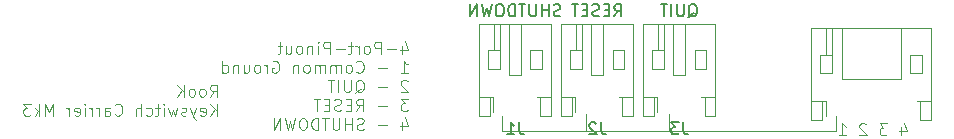
<source format=gbr>
%TF.GenerationSoftware,KiCad,Pcbnew,8.0.8*%
%TF.CreationDate,2025-06-04T22:45:29+02:00*%
%TF.ProjectId,KeyswitchCarrierMk3,4b657973-7769-4746-9368-436172726965,rev?*%
%TF.SameCoordinates,Original*%
%TF.FileFunction,Legend,Bot*%
%TF.FilePolarity,Positive*%
%FSLAX46Y46*%
G04 Gerber Fmt 4.6, Leading zero omitted, Abs format (unit mm)*
G04 Created by KiCad (PCBNEW 8.0.8) date 2025-06-04 22:45:29*
%MOMM*%
%LPD*%
G01*
G04 APERTURE LIST*
%ADD10C,0.100000*%
%ADD11C,0.150000*%
%ADD12C,0.120000*%
G04 APERTURE END LIST*
D10*
X146150000Y-87675000D02*
X146150000Y-86425000D01*
X160350000Y-87749940D02*
X153250000Y-87700000D01*
X174400000Y-87750000D02*
X160350000Y-87749940D01*
X153250000Y-87700000D02*
X146150000Y-87700000D01*
X160250000Y-87750000D02*
X160250000Y-86250000D01*
X174400000Y-86450000D02*
X174400000Y-87750000D01*
X153250000Y-87700000D02*
X153250000Y-86300000D01*
X179917544Y-87405752D02*
X179917544Y-88072419D01*
X180155639Y-87024800D02*
X180393734Y-87739085D01*
X180393734Y-87739085D02*
X179774687Y-87739085D01*
X178727067Y-87072419D02*
X178108020Y-87072419D01*
X178108020Y-87072419D02*
X178441353Y-87453371D01*
X178441353Y-87453371D02*
X178298496Y-87453371D01*
X178298496Y-87453371D02*
X178203258Y-87500990D01*
X178203258Y-87500990D02*
X178155639Y-87548609D01*
X178155639Y-87548609D02*
X178108020Y-87643847D01*
X178108020Y-87643847D02*
X178108020Y-87881942D01*
X178108020Y-87881942D02*
X178155639Y-87977180D01*
X178155639Y-87977180D02*
X178203258Y-88024800D01*
X178203258Y-88024800D02*
X178298496Y-88072419D01*
X178298496Y-88072419D02*
X178584210Y-88072419D01*
X178584210Y-88072419D02*
X178679448Y-88024800D01*
X178679448Y-88024800D02*
X178727067Y-87977180D01*
X176965162Y-87167657D02*
X176917543Y-87120038D01*
X176917543Y-87120038D02*
X176822305Y-87072419D01*
X176822305Y-87072419D02*
X176584210Y-87072419D01*
X176584210Y-87072419D02*
X176488972Y-87120038D01*
X176488972Y-87120038D02*
X176441353Y-87167657D01*
X176441353Y-87167657D02*
X176393734Y-87262895D01*
X176393734Y-87262895D02*
X176393734Y-87358133D01*
X176393734Y-87358133D02*
X176441353Y-87500990D01*
X176441353Y-87500990D02*
X177012781Y-88072419D01*
X177012781Y-88072419D02*
X176393734Y-88072419D01*
X174679448Y-88072419D02*
X175250876Y-88072419D01*
X174965162Y-88072419D02*
X174965162Y-87072419D01*
X174965162Y-87072419D02*
X175060400Y-87215276D01*
X175060400Y-87215276D02*
X175155638Y-87310514D01*
X175155638Y-87310514D02*
X175250876Y-87358133D01*
X121424687Y-84812475D02*
X121758020Y-84336284D01*
X121996115Y-84812475D02*
X121996115Y-83812475D01*
X121996115Y-83812475D02*
X121615163Y-83812475D01*
X121615163Y-83812475D02*
X121519925Y-83860094D01*
X121519925Y-83860094D02*
X121472306Y-83907713D01*
X121472306Y-83907713D02*
X121424687Y-84002951D01*
X121424687Y-84002951D02*
X121424687Y-84145808D01*
X121424687Y-84145808D02*
X121472306Y-84241046D01*
X121472306Y-84241046D02*
X121519925Y-84288665D01*
X121519925Y-84288665D02*
X121615163Y-84336284D01*
X121615163Y-84336284D02*
X121996115Y-84336284D01*
X120853258Y-84812475D02*
X120948496Y-84764856D01*
X120948496Y-84764856D02*
X120996115Y-84717236D01*
X120996115Y-84717236D02*
X121043734Y-84621998D01*
X121043734Y-84621998D02*
X121043734Y-84336284D01*
X121043734Y-84336284D02*
X120996115Y-84241046D01*
X120996115Y-84241046D02*
X120948496Y-84193427D01*
X120948496Y-84193427D02*
X120853258Y-84145808D01*
X120853258Y-84145808D02*
X120710401Y-84145808D01*
X120710401Y-84145808D02*
X120615163Y-84193427D01*
X120615163Y-84193427D02*
X120567544Y-84241046D01*
X120567544Y-84241046D02*
X120519925Y-84336284D01*
X120519925Y-84336284D02*
X120519925Y-84621998D01*
X120519925Y-84621998D02*
X120567544Y-84717236D01*
X120567544Y-84717236D02*
X120615163Y-84764856D01*
X120615163Y-84764856D02*
X120710401Y-84812475D01*
X120710401Y-84812475D02*
X120853258Y-84812475D01*
X119948496Y-84812475D02*
X120043734Y-84764856D01*
X120043734Y-84764856D02*
X120091353Y-84717236D01*
X120091353Y-84717236D02*
X120138972Y-84621998D01*
X120138972Y-84621998D02*
X120138972Y-84336284D01*
X120138972Y-84336284D02*
X120091353Y-84241046D01*
X120091353Y-84241046D02*
X120043734Y-84193427D01*
X120043734Y-84193427D02*
X119948496Y-84145808D01*
X119948496Y-84145808D02*
X119805639Y-84145808D01*
X119805639Y-84145808D02*
X119710401Y-84193427D01*
X119710401Y-84193427D02*
X119662782Y-84241046D01*
X119662782Y-84241046D02*
X119615163Y-84336284D01*
X119615163Y-84336284D02*
X119615163Y-84621998D01*
X119615163Y-84621998D02*
X119662782Y-84717236D01*
X119662782Y-84717236D02*
X119710401Y-84764856D01*
X119710401Y-84764856D02*
X119805639Y-84812475D01*
X119805639Y-84812475D02*
X119948496Y-84812475D01*
X119186591Y-84812475D02*
X119186591Y-83812475D01*
X118615163Y-84812475D02*
X119043734Y-84241046D01*
X118615163Y-83812475D02*
X119186591Y-84383903D01*
X121996115Y-86422419D02*
X121996115Y-85422419D01*
X121424687Y-86422419D02*
X121853258Y-85850990D01*
X121424687Y-85422419D02*
X121996115Y-85993847D01*
X120615163Y-86374800D02*
X120710401Y-86422419D01*
X120710401Y-86422419D02*
X120900877Y-86422419D01*
X120900877Y-86422419D02*
X120996115Y-86374800D01*
X120996115Y-86374800D02*
X121043734Y-86279561D01*
X121043734Y-86279561D02*
X121043734Y-85898609D01*
X121043734Y-85898609D02*
X120996115Y-85803371D01*
X120996115Y-85803371D02*
X120900877Y-85755752D01*
X120900877Y-85755752D02*
X120710401Y-85755752D01*
X120710401Y-85755752D02*
X120615163Y-85803371D01*
X120615163Y-85803371D02*
X120567544Y-85898609D01*
X120567544Y-85898609D02*
X120567544Y-85993847D01*
X120567544Y-85993847D02*
X121043734Y-86089085D01*
X120234210Y-85755752D02*
X119996115Y-86422419D01*
X119758020Y-85755752D02*
X119996115Y-86422419D01*
X119996115Y-86422419D02*
X120091353Y-86660514D01*
X120091353Y-86660514D02*
X120138972Y-86708133D01*
X120138972Y-86708133D02*
X120234210Y-86755752D01*
X119424686Y-86374800D02*
X119329448Y-86422419D01*
X119329448Y-86422419D02*
X119138972Y-86422419D01*
X119138972Y-86422419D02*
X119043734Y-86374800D01*
X119043734Y-86374800D02*
X118996115Y-86279561D01*
X118996115Y-86279561D02*
X118996115Y-86231942D01*
X118996115Y-86231942D02*
X119043734Y-86136704D01*
X119043734Y-86136704D02*
X119138972Y-86089085D01*
X119138972Y-86089085D02*
X119281829Y-86089085D01*
X119281829Y-86089085D02*
X119377067Y-86041466D01*
X119377067Y-86041466D02*
X119424686Y-85946228D01*
X119424686Y-85946228D02*
X119424686Y-85898609D01*
X119424686Y-85898609D02*
X119377067Y-85803371D01*
X119377067Y-85803371D02*
X119281829Y-85755752D01*
X119281829Y-85755752D02*
X119138972Y-85755752D01*
X119138972Y-85755752D02*
X119043734Y-85803371D01*
X118662781Y-85755752D02*
X118472305Y-86422419D01*
X118472305Y-86422419D02*
X118281829Y-85946228D01*
X118281829Y-85946228D02*
X118091353Y-86422419D01*
X118091353Y-86422419D02*
X117900877Y-85755752D01*
X117519924Y-86422419D02*
X117519924Y-85755752D01*
X117519924Y-85422419D02*
X117567543Y-85470038D01*
X117567543Y-85470038D02*
X117519924Y-85517657D01*
X117519924Y-85517657D02*
X117472305Y-85470038D01*
X117472305Y-85470038D02*
X117519924Y-85422419D01*
X117519924Y-85422419D02*
X117519924Y-85517657D01*
X117186591Y-85755752D02*
X116805639Y-85755752D01*
X117043734Y-85422419D02*
X117043734Y-86279561D01*
X117043734Y-86279561D02*
X116996115Y-86374800D01*
X116996115Y-86374800D02*
X116900877Y-86422419D01*
X116900877Y-86422419D02*
X116805639Y-86422419D01*
X116043734Y-86374800D02*
X116138972Y-86422419D01*
X116138972Y-86422419D02*
X116329448Y-86422419D01*
X116329448Y-86422419D02*
X116424686Y-86374800D01*
X116424686Y-86374800D02*
X116472305Y-86327180D01*
X116472305Y-86327180D02*
X116519924Y-86231942D01*
X116519924Y-86231942D02*
X116519924Y-85946228D01*
X116519924Y-85946228D02*
X116472305Y-85850990D01*
X116472305Y-85850990D02*
X116424686Y-85803371D01*
X116424686Y-85803371D02*
X116329448Y-85755752D01*
X116329448Y-85755752D02*
X116138972Y-85755752D01*
X116138972Y-85755752D02*
X116043734Y-85803371D01*
X115615162Y-86422419D02*
X115615162Y-85422419D01*
X115186591Y-86422419D02*
X115186591Y-85898609D01*
X115186591Y-85898609D02*
X115234210Y-85803371D01*
X115234210Y-85803371D02*
X115329448Y-85755752D01*
X115329448Y-85755752D02*
X115472305Y-85755752D01*
X115472305Y-85755752D02*
X115567543Y-85803371D01*
X115567543Y-85803371D02*
X115615162Y-85850990D01*
X113377067Y-86327180D02*
X113424686Y-86374800D01*
X113424686Y-86374800D02*
X113567543Y-86422419D01*
X113567543Y-86422419D02*
X113662781Y-86422419D01*
X113662781Y-86422419D02*
X113805638Y-86374800D01*
X113805638Y-86374800D02*
X113900876Y-86279561D01*
X113900876Y-86279561D02*
X113948495Y-86184323D01*
X113948495Y-86184323D02*
X113996114Y-85993847D01*
X113996114Y-85993847D02*
X113996114Y-85850990D01*
X113996114Y-85850990D02*
X113948495Y-85660514D01*
X113948495Y-85660514D02*
X113900876Y-85565276D01*
X113900876Y-85565276D02*
X113805638Y-85470038D01*
X113805638Y-85470038D02*
X113662781Y-85422419D01*
X113662781Y-85422419D02*
X113567543Y-85422419D01*
X113567543Y-85422419D02*
X113424686Y-85470038D01*
X113424686Y-85470038D02*
X113377067Y-85517657D01*
X112519924Y-86422419D02*
X112519924Y-85898609D01*
X112519924Y-85898609D02*
X112567543Y-85803371D01*
X112567543Y-85803371D02*
X112662781Y-85755752D01*
X112662781Y-85755752D02*
X112853257Y-85755752D01*
X112853257Y-85755752D02*
X112948495Y-85803371D01*
X112519924Y-86374800D02*
X112615162Y-86422419D01*
X112615162Y-86422419D02*
X112853257Y-86422419D01*
X112853257Y-86422419D02*
X112948495Y-86374800D01*
X112948495Y-86374800D02*
X112996114Y-86279561D01*
X112996114Y-86279561D02*
X112996114Y-86184323D01*
X112996114Y-86184323D02*
X112948495Y-86089085D01*
X112948495Y-86089085D02*
X112853257Y-86041466D01*
X112853257Y-86041466D02*
X112615162Y-86041466D01*
X112615162Y-86041466D02*
X112519924Y-85993847D01*
X112043733Y-86422419D02*
X112043733Y-85755752D01*
X112043733Y-85946228D02*
X111996114Y-85850990D01*
X111996114Y-85850990D02*
X111948495Y-85803371D01*
X111948495Y-85803371D02*
X111853257Y-85755752D01*
X111853257Y-85755752D02*
X111758019Y-85755752D01*
X111424685Y-86422419D02*
X111424685Y-85755752D01*
X111424685Y-85946228D02*
X111377066Y-85850990D01*
X111377066Y-85850990D02*
X111329447Y-85803371D01*
X111329447Y-85803371D02*
X111234209Y-85755752D01*
X111234209Y-85755752D02*
X111138971Y-85755752D01*
X110805637Y-86422419D02*
X110805637Y-85755752D01*
X110805637Y-85422419D02*
X110853256Y-85470038D01*
X110853256Y-85470038D02*
X110805637Y-85517657D01*
X110805637Y-85517657D02*
X110758018Y-85470038D01*
X110758018Y-85470038D02*
X110805637Y-85422419D01*
X110805637Y-85422419D02*
X110805637Y-85517657D01*
X109948495Y-86374800D02*
X110043733Y-86422419D01*
X110043733Y-86422419D02*
X110234209Y-86422419D01*
X110234209Y-86422419D02*
X110329447Y-86374800D01*
X110329447Y-86374800D02*
X110377066Y-86279561D01*
X110377066Y-86279561D02*
X110377066Y-85898609D01*
X110377066Y-85898609D02*
X110329447Y-85803371D01*
X110329447Y-85803371D02*
X110234209Y-85755752D01*
X110234209Y-85755752D02*
X110043733Y-85755752D01*
X110043733Y-85755752D02*
X109948495Y-85803371D01*
X109948495Y-85803371D02*
X109900876Y-85898609D01*
X109900876Y-85898609D02*
X109900876Y-85993847D01*
X109900876Y-85993847D02*
X110377066Y-86089085D01*
X109472304Y-86422419D02*
X109472304Y-85755752D01*
X109472304Y-85946228D02*
X109424685Y-85850990D01*
X109424685Y-85850990D02*
X109377066Y-85803371D01*
X109377066Y-85803371D02*
X109281828Y-85755752D01*
X109281828Y-85755752D02*
X109186590Y-85755752D01*
X108091351Y-86422419D02*
X108091351Y-85422419D01*
X108091351Y-85422419D02*
X107758018Y-86136704D01*
X107758018Y-86136704D02*
X107424685Y-85422419D01*
X107424685Y-85422419D02*
X107424685Y-86422419D01*
X106948494Y-86422419D02*
X106948494Y-85422419D01*
X106853256Y-86041466D02*
X106567542Y-86422419D01*
X106567542Y-85755752D02*
X106948494Y-86136704D01*
X106234208Y-85422419D02*
X105615161Y-85422419D01*
X105615161Y-85422419D02*
X105948494Y-85803371D01*
X105948494Y-85803371D02*
X105805637Y-85803371D01*
X105805637Y-85803371D02*
X105710399Y-85850990D01*
X105710399Y-85850990D02*
X105662780Y-85898609D01*
X105662780Y-85898609D02*
X105615161Y-85993847D01*
X105615161Y-85993847D02*
X105615161Y-86231942D01*
X105615161Y-86231942D02*
X105662780Y-86327180D01*
X105662780Y-86327180D02*
X105710399Y-86374800D01*
X105710399Y-86374800D02*
X105805637Y-86422419D01*
X105805637Y-86422419D02*
X106091351Y-86422419D01*
X106091351Y-86422419D02*
X106186589Y-86374800D01*
X106186589Y-86374800D02*
X106234208Y-86327180D01*
X137667544Y-80515976D02*
X137667544Y-81182643D01*
X137905639Y-80135024D02*
X138143734Y-80849309D01*
X138143734Y-80849309D02*
X137524687Y-80849309D01*
X137143734Y-80801690D02*
X136381830Y-80801690D01*
X135905639Y-81182643D02*
X135905639Y-80182643D01*
X135905639Y-80182643D02*
X135524687Y-80182643D01*
X135524687Y-80182643D02*
X135429449Y-80230262D01*
X135429449Y-80230262D02*
X135381830Y-80277881D01*
X135381830Y-80277881D02*
X135334211Y-80373119D01*
X135334211Y-80373119D02*
X135334211Y-80515976D01*
X135334211Y-80515976D02*
X135381830Y-80611214D01*
X135381830Y-80611214D02*
X135429449Y-80658833D01*
X135429449Y-80658833D02*
X135524687Y-80706452D01*
X135524687Y-80706452D02*
X135905639Y-80706452D01*
X134762782Y-81182643D02*
X134858020Y-81135024D01*
X134858020Y-81135024D02*
X134905639Y-81087404D01*
X134905639Y-81087404D02*
X134953258Y-80992166D01*
X134953258Y-80992166D02*
X134953258Y-80706452D01*
X134953258Y-80706452D02*
X134905639Y-80611214D01*
X134905639Y-80611214D02*
X134858020Y-80563595D01*
X134858020Y-80563595D02*
X134762782Y-80515976D01*
X134762782Y-80515976D02*
X134619925Y-80515976D01*
X134619925Y-80515976D02*
X134524687Y-80563595D01*
X134524687Y-80563595D02*
X134477068Y-80611214D01*
X134477068Y-80611214D02*
X134429449Y-80706452D01*
X134429449Y-80706452D02*
X134429449Y-80992166D01*
X134429449Y-80992166D02*
X134477068Y-81087404D01*
X134477068Y-81087404D02*
X134524687Y-81135024D01*
X134524687Y-81135024D02*
X134619925Y-81182643D01*
X134619925Y-81182643D02*
X134762782Y-81182643D01*
X134000877Y-81182643D02*
X134000877Y-80515976D01*
X134000877Y-80706452D02*
X133953258Y-80611214D01*
X133953258Y-80611214D02*
X133905639Y-80563595D01*
X133905639Y-80563595D02*
X133810401Y-80515976D01*
X133810401Y-80515976D02*
X133715163Y-80515976D01*
X133524686Y-80515976D02*
X133143734Y-80515976D01*
X133381829Y-80182643D02*
X133381829Y-81039785D01*
X133381829Y-81039785D02*
X133334210Y-81135024D01*
X133334210Y-81135024D02*
X133238972Y-81182643D01*
X133238972Y-81182643D02*
X133143734Y-81182643D01*
X132810400Y-80801690D02*
X132048496Y-80801690D01*
X131572305Y-81182643D02*
X131572305Y-80182643D01*
X131572305Y-80182643D02*
X131191353Y-80182643D01*
X131191353Y-80182643D02*
X131096115Y-80230262D01*
X131096115Y-80230262D02*
X131048496Y-80277881D01*
X131048496Y-80277881D02*
X131000877Y-80373119D01*
X131000877Y-80373119D02*
X131000877Y-80515976D01*
X131000877Y-80515976D02*
X131048496Y-80611214D01*
X131048496Y-80611214D02*
X131096115Y-80658833D01*
X131096115Y-80658833D02*
X131191353Y-80706452D01*
X131191353Y-80706452D02*
X131572305Y-80706452D01*
X130572305Y-81182643D02*
X130572305Y-80515976D01*
X130572305Y-80182643D02*
X130619924Y-80230262D01*
X130619924Y-80230262D02*
X130572305Y-80277881D01*
X130572305Y-80277881D02*
X130524686Y-80230262D01*
X130524686Y-80230262D02*
X130572305Y-80182643D01*
X130572305Y-80182643D02*
X130572305Y-80277881D01*
X130096115Y-80515976D02*
X130096115Y-81182643D01*
X130096115Y-80611214D02*
X130048496Y-80563595D01*
X130048496Y-80563595D02*
X129953258Y-80515976D01*
X129953258Y-80515976D02*
X129810401Y-80515976D01*
X129810401Y-80515976D02*
X129715163Y-80563595D01*
X129715163Y-80563595D02*
X129667544Y-80658833D01*
X129667544Y-80658833D02*
X129667544Y-81182643D01*
X129048496Y-81182643D02*
X129143734Y-81135024D01*
X129143734Y-81135024D02*
X129191353Y-81087404D01*
X129191353Y-81087404D02*
X129238972Y-80992166D01*
X129238972Y-80992166D02*
X129238972Y-80706452D01*
X129238972Y-80706452D02*
X129191353Y-80611214D01*
X129191353Y-80611214D02*
X129143734Y-80563595D01*
X129143734Y-80563595D02*
X129048496Y-80515976D01*
X129048496Y-80515976D02*
X128905639Y-80515976D01*
X128905639Y-80515976D02*
X128810401Y-80563595D01*
X128810401Y-80563595D02*
X128762782Y-80611214D01*
X128762782Y-80611214D02*
X128715163Y-80706452D01*
X128715163Y-80706452D02*
X128715163Y-80992166D01*
X128715163Y-80992166D02*
X128762782Y-81087404D01*
X128762782Y-81087404D02*
X128810401Y-81135024D01*
X128810401Y-81135024D02*
X128905639Y-81182643D01*
X128905639Y-81182643D02*
X129048496Y-81182643D01*
X127858020Y-80515976D02*
X127858020Y-81182643D01*
X128286591Y-80515976D02*
X128286591Y-81039785D01*
X128286591Y-81039785D02*
X128238972Y-81135024D01*
X128238972Y-81135024D02*
X128143734Y-81182643D01*
X128143734Y-81182643D02*
X128000877Y-81182643D01*
X128000877Y-81182643D02*
X127905639Y-81135024D01*
X127905639Y-81135024D02*
X127858020Y-81087404D01*
X127524686Y-80515976D02*
X127143734Y-80515976D01*
X127381829Y-80182643D02*
X127381829Y-81039785D01*
X127381829Y-81039785D02*
X127334210Y-81135024D01*
X127334210Y-81135024D02*
X127238972Y-81182643D01*
X127238972Y-81182643D02*
X127143734Y-81182643D01*
X137572306Y-82792587D02*
X138143734Y-82792587D01*
X137858020Y-82792587D02*
X137858020Y-81792587D01*
X137858020Y-81792587D02*
X137953258Y-81935444D01*
X137953258Y-81935444D02*
X138048496Y-82030682D01*
X138048496Y-82030682D02*
X138143734Y-82078301D01*
X136381829Y-82411634D02*
X135619925Y-82411634D01*
X133810401Y-82697348D02*
X133858020Y-82744968D01*
X133858020Y-82744968D02*
X134000877Y-82792587D01*
X134000877Y-82792587D02*
X134096115Y-82792587D01*
X134096115Y-82792587D02*
X134238972Y-82744968D01*
X134238972Y-82744968D02*
X134334210Y-82649729D01*
X134334210Y-82649729D02*
X134381829Y-82554491D01*
X134381829Y-82554491D02*
X134429448Y-82364015D01*
X134429448Y-82364015D02*
X134429448Y-82221158D01*
X134429448Y-82221158D02*
X134381829Y-82030682D01*
X134381829Y-82030682D02*
X134334210Y-81935444D01*
X134334210Y-81935444D02*
X134238972Y-81840206D01*
X134238972Y-81840206D02*
X134096115Y-81792587D01*
X134096115Y-81792587D02*
X134000877Y-81792587D01*
X134000877Y-81792587D02*
X133858020Y-81840206D01*
X133858020Y-81840206D02*
X133810401Y-81887825D01*
X133238972Y-82792587D02*
X133334210Y-82744968D01*
X133334210Y-82744968D02*
X133381829Y-82697348D01*
X133381829Y-82697348D02*
X133429448Y-82602110D01*
X133429448Y-82602110D02*
X133429448Y-82316396D01*
X133429448Y-82316396D02*
X133381829Y-82221158D01*
X133381829Y-82221158D02*
X133334210Y-82173539D01*
X133334210Y-82173539D02*
X133238972Y-82125920D01*
X133238972Y-82125920D02*
X133096115Y-82125920D01*
X133096115Y-82125920D02*
X133000877Y-82173539D01*
X133000877Y-82173539D02*
X132953258Y-82221158D01*
X132953258Y-82221158D02*
X132905639Y-82316396D01*
X132905639Y-82316396D02*
X132905639Y-82602110D01*
X132905639Y-82602110D02*
X132953258Y-82697348D01*
X132953258Y-82697348D02*
X133000877Y-82744968D01*
X133000877Y-82744968D02*
X133096115Y-82792587D01*
X133096115Y-82792587D02*
X133238972Y-82792587D01*
X132477067Y-82792587D02*
X132477067Y-82125920D01*
X132477067Y-82221158D02*
X132429448Y-82173539D01*
X132429448Y-82173539D02*
X132334210Y-82125920D01*
X132334210Y-82125920D02*
X132191353Y-82125920D01*
X132191353Y-82125920D02*
X132096115Y-82173539D01*
X132096115Y-82173539D02*
X132048496Y-82268777D01*
X132048496Y-82268777D02*
X132048496Y-82792587D01*
X132048496Y-82268777D02*
X132000877Y-82173539D01*
X132000877Y-82173539D02*
X131905639Y-82125920D01*
X131905639Y-82125920D02*
X131762782Y-82125920D01*
X131762782Y-82125920D02*
X131667543Y-82173539D01*
X131667543Y-82173539D02*
X131619924Y-82268777D01*
X131619924Y-82268777D02*
X131619924Y-82792587D01*
X131143734Y-82792587D02*
X131143734Y-82125920D01*
X131143734Y-82221158D02*
X131096115Y-82173539D01*
X131096115Y-82173539D02*
X131000877Y-82125920D01*
X131000877Y-82125920D02*
X130858020Y-82125920D01*
X130858020Y-82125920D02*
X130762782Y-82173539D01*
X130762782Y-82173539D02*
X130715163Y-82268777D01*
X130715163Y-82268777D02*
X130715163Y-82792587D01*
X130715163Y-82268777D02*
X130667544Y-82173539D01*
X130667544Y-82173539D02*
X130572306Y-82125920D01*
X130572306Y-82125920D02*
X130429449Y-82125920D01*
X130429449Y-82125920D02*
X130334210Y-82173539D01*
X130334210Y-82173539D02*
X130286591Y-82268777D01*
X130286591Y-82268777D02*
X130286591Y-82792587D01*
X129667544Y-82792587D02*
X129762782Y-82744968D01*
X129762782Y-82744968D02*
X129810401Y-82697348D01*
X129810401Y-82697348D02*
X129858020Y-82602110D01*
X129858020Y-82602110D02*
X129858020Y-82316396D01*
X129858020Y-82316396D02*
X129810401Y-82221158D01*
X129810401Y-82221158D02*
X129762782Y-82173539D01*
X129762782Y-82173539D02*
X129667544Y-82125920D01*
X129667544Y-82125920D02*
X129524687Y-82125920D01*
X129524687Y-82125920D02*
X129429449Y-82173539D01*
X129429449Y-82173539D02*
X129381830Y-82221158D01*
X129381830Y-82221158D02*
X129334211Y-82316396D01*
X129334211Y-82316396D02*
X129334211Y-82602110D01*
X129334211Y-82602110D02*
X129381830Y-82697348D01*
X129381830Y-82697348D02*
X129429449Y-82744968D01*
X129429449Y-82744968D02*
X129524687Y-82792587D01*
X129524687Y-82792587D02*
X129667544Y-82792587D01*
X128905639Y-82125920D02*
X128905639Y-82792587D01*
X128905639Y-82221158D02*
X128858020Y-82173539D01*
X128858020Y-82173539D02*
X128762782Y-82125920D01*
X128762782Y-82125920D02*
X128619925Y-82125920D01*
X128619925Y-82125920D02*
X128524687Y-82173539D01*
X128524687Y-82173539D02*
X128477068Y-82268777D01*
X128477068Y-82268777D02*
X128477068Y-82792587D01*
X126715163Y-81840206D02*
X126810401Y-81792587D01*
X126810401Y-81792587D02*
X126953258Y-81792587D01*
X126953258Y-81792587D02*
X127096115Y-81840206D01*
X127096115Y-81840206D02*
X127191353Y-81935444D01*
X127191353Y-81935444D02*
X127238972Y-82030682D01*
X127238972Y-82030682D02*
X127286591Y-82221158D01*
X127286591Y-82221158D02*
X127286591Y-82364015D01*
X127286591Y-82364015D02*
X127238972Y-82554491D01*
X127238972Y-82554491D02*
X127191353Y-82649729D01*
X127191353Y-82649729D02*
X127096115Y-82744968D01*
X127096115Y-82744968D02*
X126953258Y-82792587D01*
X126953258Y-82792587D02*
X126858020Y-82792587D01*
X126858020Y-82792587D02*
X126715163Y-82744968D01*
X126715163Y-82744968D02*
X126667544Y-82697348D01*
X126667544Y-82697348D02*
X126667544Y-82364015D01*
X126667544Y-82364015D02*
X126858020Y-82364015D01*
X126238972Y-82792587D02*
X126238972Y-82125920D01*
X126238972Y-82316396D02*
X126191353Y-82221158D01*
X126191353Y-82221158D02*
X126143734Y-82173539D01*
X126143734Y-82173539D02*
X126048496Y-82125920D01*
X126048496Y-82125920D02*
X125953258Y-82125920D01*
X125477067Y-82792587D02*
X125572305Y-82744968D01*
X125572305Y-82744968D02*
X125619924Y-82697348D01*
X125619924Y-82697348D02*
X125667543Y-82602110D01*
X125667543Y-82602110D02*
X125667543Y-82316396D01*
X125667543Y-82316396D02*
X125619924Y-82221158D01*
X125619924Y-82221158D02*
X125572305Y-82173539D01*
X125572305Y-82173539D02*
X125477067Y-82125920D01*
X125477067Y-82125920D02*
X125334210Y-82125920D01*
X125334210Y-82125920D02*
X125238972Y-82173539D01*
X125238972Y-82173539D02*
X125191353Y-82221158D01*
X125191353Y-82221158D02*
X125143734Y-82316396D01*
X125143734Y-82316396D02*
X125143734Y-82602110D01*
X125143734Y-82602110D02*
X125191353Y-82697348D01*
X125191353Y-82697348D02*
X125238972Y-82744968D01*
X125238972Y-82744968D02*
X125334210Y-82792587D01*
X125334210Y-82792587D02*
X125477067Y-82792587D01*
X124286591Y-82125920D02*
X124286591Y-82792587D01*
X124715162Y-82125920D02*
X124715162Y-82649729D01*
X124715162Y-82649729D02*
X124667543Y-82744968D01*
X124667543Y-82744968D02*
X124572305Y-82792587D01*
X124572305Y-82792587D02*
X124429448Y-82792587D01*
X124429448Y-82792587D02*
X124334210Y-82744968D01*
X124334210Y-82744968D02*
X124286591Y-82697348D01*
X123810400Y-82125920D02*
X123810400Y-82792587D01*
X123810400Y-82221158D02*
X123762781Y-82173539D01*
X123762781Y-82173539D02*
X123667543Y-82125920D01*
X123667543Y-82125920D02*
X123524686Y-82125920D01*
X123524686Y-82125920D02*
X123429448Y-82173539D01*
X123429448Y-82173539D02*
X123381829Y-82268777D01*
X123381829Y-82268777D02*
X123381829Y-82792587D01*
X122477067Y-82792587D02*
X122477067Y-81792587D01*
X122477067Y-82744968D02*
X122572305Y-82792587D01*
X122572305Y-82792587D02*
X122762781Y-82792587D01*
X122762781Y-82792587D02*
X122858019Y-82744968D01*
X122858019Y-82744968D02*
X122905638Y-82697348D01*
X122905638Y-82697348D02*
X122953257Y-82602110D01*
X122953257Y-82602110D02*
X122953257Y-82316396D01*
X122953257Y-82316396D02*
X122905638Y-82221158D01*
X122905638Y-82221158D02*
X122858019Y-82173539D01*
X122858019Y-82173539D02*
X122762781Y-82125920D01*
X122762781Y-82125920D02*
X122572305Y-82125920D01*
X122572305Y-82125920D02*
X122477067Y-82173539D01*
X138143734Y-83497769D02*
X138096115Y-83450150D01*
X138096115Y-83450150D02*
X138000877Y-83402531D01*
X138000877Y-83402531D02*
X137762782Y-83402531D01*
X137762782Y-83402531D02*
X137667544Y-83450150D01*
X137667544Y-83450150D02*
X137619925Y-83497769D01*
X137619925Y-83497769D02*
X137572306Y-83593007D01*
X137572306Y-83593007D02*
X137572306Y-83688245D01*
X137572306Y-83688245D02*
X137619925Y-83831102D01*
X137619925Y-83831102D02*
X138191353Y-84402531D01*
X138191353Y-84402531D02*
X137572306Y-84402531D01*
X136381829Y-84021578D02*
X135619925Y-84021578D01*
X133715163Y-84497769D02*
X133810401Y-84450150D01*
X133810401Y-84450150D02*
X133905639Y-84354912D01*
X133905639Y-84354912D02*
X134048496Y-84212054D01*
X134048496Y-84212054D02*
X134143734Y-84164435D01*
X134143734Y-84164435D02*
X134238972Y-84164435D01*
X134191353Y-84402531D02*
X134286591Y-84354912D01*
X134286591Y-84354912D02*
X134381829Y-84259673D01*
X134381829Y-84259673D02*
X134429448Y-84069197D01*
X134429448Y-84069197D02*
X134429448Y-83735864D01*
X134429448Y-83735864D02*
X134381829Y-83545388D01*
X134381829Y-83545388D02*
X134286591Y-83450150D01*
X134286591Y-83450150D02*
X134191353Y-83402531D01*
X134191353Y-83402531D02*
X134000877Y-83402531D01*
X134000877Y-83402531D02*
X133905639Y-83450150D01*
X133905639Y-83450150D02*
X133810401Y-83545388D01*
X133810401Y-83545388D02*
X133762782Y-83735864D01*
X133762782Y-83735864D02*
X133762782Y-84069197D01*
X133762782Y-84069197D02*
X133810401Y-84259673D01*
X133810401Y-84259673D02*
X133905639Y-84354912D01*
X133905639Y-84354912D02*
X134000877Y-84402531D01*
X134000877Y-84402531D02*
X134191353Y-84402531D01*
X133334210Y-83402531D02*
X133334210Y-84212054D01*
X133334210Y-84212054D02*
X133286591Y-84307292D01*
X133286591Y-84307292D02*
X133238972Y-84354912D01*
X133238972Y-84354912D02*
X133143734Y-84402531D01*
X133143734Y-84402531D02*
X132953258Y-84402531D01*
X132953258Y-84402531D02*
X132858020Y-84354912D01*
X132858020Y-84354912D02*
X132810401Y-84307292D01*
X132810401Y-84307292D02*
X132762782Y-84212054D01*
X132762782Y-84212054D02*
X132762782Y-83402531D01*
X132286591Y-84402531D02*
X132286591Y-83402531D01*
X131953258Y-83402531D02*
X131381830Y-83402531D01*
X131667544Y-84402531D02*
X131667544Y-83402531D01*
X138191353Y-85012475D02*
X137572306Y-85012475D01*
X137572306Y-85012475D02*
X137905639Y-85393427D01*
X137905639Y-85393427D02*
X137762782Y-85393427D01*
X137762782Y-85393427D02*
X137667544Y-85441046D01*
X137667544Y-85441046D02*
X137619925Y-85488665D01*
X137619925Y-85488665D02*
X137572306Y-85583903D01*
X137572306Y-85583903D02*
X137572306Y-85821998D01*
X137572306Y-85821998D02*
X137619925Y-85917236D01*
X137619925Y-85917236D02*
X137667544Y-85964856D01*
X137667544Y-85964856D02*
X137762782Y-86012475D01*
X137762782Y-86012475D02*
X138048496Y-86012475D01*
X138048496Y-86012475D02*
X138143734Y-85964856D01*
X138143734Y-85964856D02*
X138191353Y-85917236D01*
X136381829Y-85631522D02*
X135619925Y-85631522D01*
X133810401Y-86012475D02*
X134143734Y-85536284D01*
X134381829Y-86012475D02*
X134381829Y-85012475D01*
X134381829Y-85012475D02*
X134000877Y-85012475D01*
X134000877Y-85012475D02*
X133905639Y-85060094D01*
X133905639Y-85060094D02*
X133858020Y-85107713D01*
X133858020Y-85107713D02*
X133810401Y-85202951D01*
X133810401Y-85202951D02*
X133810401Y-85345808D01*
X133810401Y-85345808D02*
X133858020Y-85441046D01*
X133858020Y-85441046D02*
X133905639Y-85488665D01*
X133905639Y-85488665D02*
X134000877Y-85536284D01*
X134000877Y-85536284D02*
X134381829Y-85536284D01*
X133381829Y-85488665D02*
X133048496Y-85488665D01*
X132905639Y-86012475D02*
X133381829Y-86012475D01*
X133381829Y-86012475D02*
X133381829Y-85012475D01*
X133381829Y-85012475D02*
X132905639Y-85012475D01*
X132524686Y-85964856D02*
X132381829Y-86012475D01*
X132381829Y-86012475D02*
X132143734Y-86012475D01*
X132143734Y-86012475D02*
X132048496Y-85964856D01*
X132048496Y-85964856D02*
X132000877Y-85917236D01*
X132000877Y-85917236D02*
X131953258Y-85821998D01*
X131953258Y-85821998D02*
X131953258Y-85726760D01*
X131953258Y-85726760D02*
X132000877Y-85631522D01*
X132000877Y-85631522D02*
X132048496Y-85583903D01*
X132048496Y-85583903D02*
X132143734Y-85536284D01*
X132143734Y-85536284D02*
X132334210Y-85488665D01*
X132334210Y-85488665D02*
X132429448Y-85441046D01*
X132429448Y-85441046D02*
X132477067Y-85393427D01*
X132477067Y-85393427D02*
X132524686Y-85298189D01*
X132524686Y-85298189D02*
X132524686Y-85202951D01*
X132524686Y-85202951D02*
X132477067Y-85107713D01*
X132477067Y-85107713D02*
X132429448Y-85060094D01*
X132429448Y-85060094D02*
X132334210Y-85012475D01*
X132334210Y-85012475D02*
X132096115Y-85012475D01*
X132096115Y-85012475D02*
X131953258Y-85060094D01*
X131524686Y-85488665D02*
X131191353Y-85488665D01*
X131048496Y-86012475D02*
X131524686Y-86012475D01*
X131524686Y-86012475D02*
X131524686Y-85012475D01*
X131524686Y-85012475D02*
X131048496Y-85012475D01*
X130762781Y-85012475D02*
X130191353Y-85012475D01*
X130477067Y-86012475D02*
X130477067Y-85012475D01*
X137667544Y-86955752D02*
X137667544Y-87622419D01*
X137905639Y-86574800D02*
X138143734Y-87289085D01*
X138143734Y-87289085D02*
X137524687Y-87289085D01*
X136381829Y-87241466D02*
X135619925Y-87241466D01*
X134429448Y-87574800D02*
X134286591Y-87622419D01*
X134286591Y-87622419D02*
X134048496Y-87622419D01*
X134048496Y-87622419D02*
X133953258Y-87574800D01*
X133953258Y-87574800D02*
X133905639Y-87527180D01*
X133905639Y-87527180D02*
X133858020Y-87431942D01*
X133858020Y-87431942D02*
X133858020Y-87336704D01*
X133858020Y-87336704D02*
X133905639Y-87241466D01*
X133905639Y-87241466D02*
X133953258Y-87193847D01*
X133953258Y-87193847D02*
X134048496Y-87146228D01*
X134048496Y-87146228D02*
X134238972Y-87098609D01*
X134238972Y-87098609D02*
X134334210Y-87050990D01*
X134334210Y-87050990D02*
X134381829Y-87003371D01*
X134381829Y-87003371D02*
X134429448Y-86908133D01*
X134429448Y-86908133D02*
X134429448Y-86812895D01*
X134429448Y-86812895D02*
X134381829Y-86717657D01*
X134381829Y-86717657D02*
X134334210Y-86670038D01*
X134334210Y-86670038D02*
X134238972Y-86622419D01*
X134238972Y-86622419D02*
X134000877Y-86622419D01*
X134000877Y-86622419D02*
X133858020Y-86670038D01*
X133429448Y-87622419D02*
X133429448Y-86622419D01*
X133429448Y-87098609D02*
X132858020Y-87098609D01*
X132858020Y-87622419D02*
X132858020Y-86622419D01*
X132381829Y-86622419D02*
X132381829Y-87431942D01*
X132381829Y-87431942D02*
X132334210Y-87527180D01*
X132334210Y-87527180D02*
X132286591Y-87574800D01*
X132286591Y-87574800D02*
X132191353Y-87622419D01*
X132191353Y-87622419D02*
X132000877Y-87622419D01*
X132000877Y-87622419D02*
X131905639Y-87574800D01*
X131905639Y-87574800D02*
X131858020Y-87527180D01*
X131858020Y-87527180D02*
X131810401Y-87431942D01*
X131810401Y-87431942D02*
X131810401Y-86622419D01*
X131477067Y-86622419D02*
X130905639Y-86622419D01*
X131191353Y-87622419D02*
X131191353Y-86622419D01*
X130572305Y-87622419D02*
X130572305Y-86622419D01*
X130572305Y-86622419D02*
X130334210Y-86622419D01*
X130334210Y-86622419D02*
X130191353Y-86670038D01*
X130191353Y-86670038D02*
X130096115Y-86765276D01*
X130096115Y-86765276D02*
X130048496Y-86860514D01*
X130048496Y-86860514D02*
X130000877Y-87050990D01*
X130000877Y-87050990D02*
X130000877Y-87193847D01*
X130000877Y-87193847D02*
X130048496Y-87384323D01*
X130048496Y-87384323D02*
X130096115Y-87479561D01*
X130096115Y-87479561D02*
X130191353Y-87574800D01*
X130191353Y-87574800D02*
X130334210Y-87622419D01*
X130334210Y-87622419D02*
X130572305Y-87622419D01*
X129381829Y-86622419D02*
X129191353Y-86622419D01*
X129191353Y-86622419D02*
X129096115Y-86670038D01*
X129096115Y-86670038D02*
X129000877Y-86765276D01*
X129000877Y-86765276D02*
X128953258Y-86955752D01*
X128953258Y-86955752D02*
X128953258Y-87289085D01*
X128953258Y-87289085D02*
X129000877Y-87479561D01*
X129000877Y-87479561D02*
X129096115Y-87574800D01*
X129096115Y-87574800D02*
X129191353Y-87622419D01*
X129191353Y-87622419D02*
X129381829Y-87622419D01*
X129381829Y-87622419D02*
X129477067Y-87574800D01*
X129477067Y-87574800D02*
X129572305Y-87479561D01*
X129572305Y-87479561D02*
X129619924Y-87289085D01*
X129619924Y-87289085D02*
X129619924Y-86955752D01*
X129619924Y-86955752D02*
X129572305Y-86765276D01*
X129572305Y-86765276D02*
X129477067Y-86670038D01*
X129477067Y-86670038D02*
X129381829Y-86622419D01*
X128619924Y-86622419D02*
X128381829Y-87622419D01*
X128381829Y-87622419D02*
X128191353Y-86908133D01*
X128191353Y-86908133D02*
X128000877Y-87622419D01*
X128000877Y-87622419D02*
X127762782Y-86622419D01*
X127381829Y-87622419D02*
X127381829Y-86622419D01*
X127381829Y-86622419D02*
X126810401Y-87622419D01*
X126810401Y-87622419D02*
X126810401Y-86622419D01*
D11*
X147583333Y-87004819D02*
X147583333Y-87719104D01*
X147583333Y-87719104D02*
X147630952Y-87861961D01*
X147630952Y-87861961D02*
X147726190Y-87957200D01*
X147726190Y-87957200D02*
X147869047Y-88004819D01*
X147869047Y-88004819D02*
X147964285Y-88004819D01*
X146583333Y-88004819D02*
X147154761Y-88004819D01*
X146869047Y-88004819D02*
X146869047Y-87004819D01*
X146869047Y-87004819D02*
X146964285Y-87147676D01*
X146964285Y-87147676D02*
X147059523Y-87242914D01*
X147059523Y-87242914D02*
X147154761Y-87290533D01*
X151083332Y-77957200D02*
X150940475Y-78004819D01*
X150940475Y-78004819D02*
X150702380Y-78004819D01*
X150702380Y-78004819D02*
X150607142Y-77957200D01*
X150607142Y-77957200D02*
X150559523Y-77909580D01*
X150559523Y-77909580D02*
X150511904Y-77814342D01*
X150511904Y-77814342D02*
X150511904Y-77719104D01*
X150511904Y-77719104D02*
X150559523Y-77623866D01*
X150559523Y-77623866D02*
X150607142Y-77576247D01*
X150607142Y-77576247D02*
X150702380Y-77528628D01*
X150702380Y-77528628D02*
X150892856Y-77481009D01*
X150892856Y-77481009D02*
X150988094Y-77433390D01*
X150988094Y-77433390D02*
X151035713Y-77385771D01*
X151035713Y-77385771D02*
X151083332Y-77290533D01*
X151083332Y-77290533D02*
X151083332Y-77195295D01*
X151083332Y-77195295D02*
X151035713Y-77100057D01*
X151035713Y-77100057D02*
X150988094Y-77052438D01*
X150988094Y-77052438D02*
X150892856Y-77004819D01*
X150892856Y-77004819D02*
X150654761Y-77004819D01*
X150654761Y-77004819D02*
X150511904Y-77052438D01*
X150083332Y-78004819D02*
X150083332Y-77004819D01*
X150083332Y-77481009D02*
X149511904Y-77481009D01*
X149511904Y-78004819D02*
X149511904Y-77004819D01*
X149035713Y-77004819D02*
X149035713Y-77814342D01*
X149035713Y-77814342D02*
X148988094Y-77909580D01*
X148988094Y-77909580D02*
X148940475Y-77957200D01*
X148940475Y-77957200D02*
X148845237Y-78004819D01*
X148845237Y-78004819D02*
X148654761Y-78004819D01*
X148654761Y-78004819D02*
X148559523Y-77957200D01*
X148559523Y-77957200D02*
X148511904Y-77909580D01*
X148511904Y-77909580D02*
X148464285Y-77814342D01*
X148464285Y-77814342D02*
X148464285Y-77004819D01*
X148130951Y-77004819D02*
X147559523Y-77004819D01*
X147845237Y-78004819D02*
X147845237Y-77004819D01*
X147226189Y-78004819D02*
X147226189Y-77004819D01*
X147226189Y-77004819D02*
X146988094Y-77004819D01*
X146988094Y-77004819D02*
X146845237Y-77052438D01*
X146845237Y-77052438D02*
X146749999Y-77147676D01*
X146749999Y-77147676D02*
X146702380Y-77242914D01*
X146702380Y-77242914D02*
X146654761Y-77433390D01*
X146654761Y-77433390D02*
X146654761Y-77576247D01*
X146654761Y-77576247D02*
X146702380Y-77766723D01*
X146702380Y-77766723D02*
X146749999Y-77861961D01*
X146749999Y-77861961D02*
X146845237Y-77957200D01*
X146845237Y-77957200D02*
X146988094Y-78004819D01*
X146988094Y-78004819D02*
X147226189Y-78004819D01*
X146035713Y-77004819D02*
X145845237Y-77004819D01*
X145845237Y-77004819D02*
X145749999Y-77052438D01*
X145749999Y-77052438D02*
X145654761Y-77147676D01*
X145654761Y-77147676D02*
X145607142Y-77338152D01*
X145607142Y-77338152D02*
X145607142Y-77671485D01*
X145607142Y-77671485D02*
X145654761Y-77861961D01*
X145654761Y-77861961D02*
X145749999Y-77957200D01*
X145749999Y-77957200D02*
X145845237Y-78004819D01*
X145845237Y-78004819D02*
X146035713Y-78004819D01*
X146035713Y-78004819D02*
X146130951Y-77957200D01*
X146130951Y-77957200D02*
X146226189Y-77861961D01*
X146226189Y-77861961D02*
X146273808Y-77671485D01*
X146273808Y-77671485D02*
X146273808Y-77338152D01*
X146273808Y-77338152D02*
X146226189Y-77147676D01*
X146226189Y-77147676D02*
X146130951Y-77052438D01*
X146130951Y-77052438D02*
X146035713Y-77004819D01*
X145273808Y-77004819D02*
X145035713Y-78004819D01*
X145035713Y-78004819D02*
X144845237Y-77290533D01*
X144845237Y-77290533D02*
X144654761Y-78004819D01*
X144654761Y-78004819D02*
X144416666Y-77004819D01*
X144035713Y-78004819D02*
X144035713Y-77004819D01*
X144035713Y-77004819D02*
X143464285Y-78004819D01*
X143464285Y-78004819D02*
X143464285Y-77004819D01*
X154533333Y-87004819D02*
X154533333Y-87719104D01*
X154533333Y-87719104D02*
X154580952Y-87861961D01*
X154580952Y-87861961D02*
X154676190Y-87957200D01*
X154676190Y-87957200D02*
X154819047Y-88004819D01*
X154819047Y-88004819D02*
X154914285Y-88004819D01*
X154104761Y-87100057D02*
X154057142Y-87052438D01*
X154057142Y-87052438D02*
X153961904Y-87004819D01*
X153961904Y-87004819D02*
X153723809Y-87004819D01*
X153723809Y-87004819D02*
X153628571Y-87052438D01*
X153628571Y-87052438D02*
X153580952Y-87100057D01*
X153580952Y-87100057D02*
X153533333Y-87195295D01*
X153533333Y-87195295D02*
X153533333Y-87290533D01*
X153533333Y-87290533D02*
X153580952Y-87433390D01*
X153580952Y-87433390D02*
X154152380Y-88004819D01*
X154152380Y-88004819D02*
X153533333Y-88004819D01*
X155652381Y-78004819D02*
X155985714Y-77528628D01*
X156223809Y-78004819D02*
X156223809Y-77004819D01*
X156223809Y-77004819D02*
X155842857Y-77004819D01*
X155842857Y-77004819D02*
X155747619Y-77052438D01*
X155747619Y-77052438D02*
X155700000Y-77100057D01*
X155700000Y-77100057D02*
X155652381Y-77195295D01*
X155652381Y-77195295D02*
X155652381Y-77338152D01*
X155652381Y-77338152D02*
X155700000Y-77433390D01*
X155700000Y-77433390D02*
X155747619Y-77481009D01*
X155747619Y-77481009D02*
X155842857Y-77528628D01*
X155842857Y-77528628D02*
X156223809Y-77528628D01*
X155223809Y-77481009D02*
X154890476Y-77481009D01*
X154747619Y-78004819D02*
X155223809Y-78004819D01*
X155223809Y-78004819D02*
X155223809Y-77004819D01*
X155223809Y-77004819D02*
X154747619Y-77004819D01*
X154366666Y-77957200D02*
X154223809Y-78004819D01*
X154223809Y-78004819D02*
X153985714Y-78004819D01*
X153985714Y-78004819D02*
X153890476Y-77957200D01*
X153890476Y-77957200D02*
X153842857Y-77909580D01*
X153842857Y-77909580D02*
X153795238Y-77814342D01*
X153795238Y-77814342D02*
X153795238Y-77719104D01*
X153795238Y-77719104D02*
X153842857Y-77623866D01*
X153842857Y-77623866D02*
X153890476Y-77576247D01*
X153890476Y-77576247D02*
X153985714Y-77528628D01*
X153985714Y-77528628D02*
X154176190Y-77481009D01*
X154176190Y-77481009D02*
X154271428Y-77433390D01*
X154271428Y-77433390D02*
X154319047Y-77385771D01*
X154319047Y-77385771D02*
X154366666Y-77290533D01*
X154366666Y-77290533D02*
X154366666Y-77195295D01*
X154366666Y-77195295D02*
X154319047Y-77100057D01*
X154319047Y-77100057D02*
X154271428Y-77052438D01*
X154271428Y-77052438D02*
X154176190Y-77004819D01*
X154176190Y-77004819D02*
X153938095Y-77004819D01*
X153938095Y-77004819D02*
X153795238Y-77052438D01*
X153366666Y-77481009D02*
X153033333Y-77481009D01*
X152890476Y-78004819D02*
X153366666Y-78004819D01*
X153366666Y-78004819D02*
X153366666Y-77004819D01*
X153366666Y-77004819D02*
X152890476Y-77004819D01*
X152604761Y-77004819D02*
X152033333Y-77004819D01*
X152319047Y-78004819D02*
X152319047Y-77004819D01*
X161483333Y-87004819D02*
X161483333Y-87719104D01*
X161483333Y-87719104D02*
X161530952Y-87861961D01*
X161530952Y-87861961D02*
X161626190Y-87957200D01*
X161626190Y-87957200D02*
X161769047Y-88004819D01*
X161769047Y-88004819D02*
X161864285Y-88004819D01*
X161102380Y-87004819D02*
X160483333Y-87004819D01*
X160483333Y-87004819D02*
X160816666Y-87385771D01*
X160816666Y-87385771D02*
X160673809Y-87385771D01*
X160673809Y-87385771D02*
X160578571Y-87433390D01*
X160578571Y-87433390D02*
X160530952Y-87481009D01*
X160530952Y-87481009D02*
X160483333Y-87576247D01*
X160483333Y-87576247D02*
X160483333Y-87814342D01*
X160483333Y-87814342D02*
X160530952Y-87909580D01*
X160530952Y-87909580D02*
X160578571Y-87957200D01*
X160578571Y-87957200D02*
X160673809Y-88004819D01*
X160673809Y-88004819D02*
X160959523Y-88004819D01*
X160959523Y-88004819D02*
X161054761Y-87957200D01*
X161054761Y-87957200D02*
X161102380Y-87909580D01*
X161911904Y-78100057D02*
X162007142Y-78052438D01*
X162007142Y-78052438D02*
X162102380Y-77957200D01*
X162102380Y-77957200D02*
X162245237Y-77814342D01*
X162245237Y-77814342D02*
X162340475Y-77766723D01*
X162340475Y-77766723D02*
X162435713Y-77766723D01*
X162388094Y-78004819D02*
X162483332Y-77957200D01*
X162483332Y-77957200D02*
X162578570Y-77861961D01*
X162578570Y-77861961D02*
X162626189Y-77671485D01*
X162626189Y-77671485D02*
X162626189Y-77338152D01*
X162626189Y-77338152D02*
X162578570Y-77147676D01*
X162578570Y-77147676D02*
X162483332Y-77052438D01*
X162483332Y-77052438D02*
X162388094Y-77004819D01*
X162388094Y-77004819D02*
X162197618Y-77004819D01*
X162197618Y-77004819D02*
X162102380Y-77052438D01*
X162102380Y-77052438D02*
X162007142Y-77147676D01*
X162007142Y-77147676D02*
X161959523Y-77338152D01*
X161959523Y-77338152D02*
X161959523Y-77671485D01*
X161959523Y-77671485D02*
X162007142Y-77861961D01*
X162007142Y-77861961D02*
X162102380Y-77957200D01*
X162102380Y-77957200D02*
X162197618Y-78004819D01*
X162197618Y-78004819D02*
X162388094Y-78004819D01*
X161530951Y-77004819D02*
X161530951Y-77814342D01*
X161530951Y-77814342D02*
X161483332Y-77909580D01*
X161483332Y-77909580D02*
X161435713Y-77957200D01*
X161435713Y-77957200D02*
X161340475Y-78004819D01*
X161340475Y-78004819D02*
X161149999Y-78004819D01*
X161149999Y-78004819D02*
X161054761Y-77957200D01*
X161054761Y-77957200D02*
X161007142Y-77909580D01*
X161007142Y-77909580D02*
X160959523Y-77814342D01*
X160959523Y-77814342D02*
X160959523Y-77004819D01*
X160483332Y-78004819D02*
X160483332Y-77004819D01*
X160149999Y-77004819D02*
X159578571Y-77004819D01*
X159864285Y-78004819D02*
X159864285Y-77004819D01*
D12*
%TO.C,J4*%
X172340000Y-78990000D02*
X172340000Y-86810000D01*
X172340000Y-86810000D02*
X173260000Y-86810000D01*
X173100000Y-81250000D02*
X173100000Y-82850000D01*
X173100000Y-82850000D02*
X174100000Y-82850000D01*
X173260000Y-85210000D02*
X172340000Y-85210000D01*
X173260000Y-85210000D02*
X173540000Y-85210000D01*
X173260000Y-86810000D02*
X173260000Y-85210000D01*
X173540000Y-86425000D02*
X173540000Y-85210000D01*
X173600000Y-78990000D02*
X173600000Y-81250000D01*
X174100000Y-78990000D02*
X174100000Y-81250000D01*
X174100000Y-81250000D02*
X173100000Y-81250000D01*
X174100000Y-82850000D02*
X174100000Y-81250000D01*
X174900000Y-83350000D02*
X174900000Y-78990000D01*
X179900000Y-78990000D02*
X179900000Y-83350000D01*
X179900000Y-83350000D02*
X174900000Y-83350000D01*
X180700000Y-81250000D02*
X181700000Y-81250000D01*
X180700000Y-82850000D02*
X180700000Y-81250000D01*
X181260000Y-85210000D02*
X181540000Y-85210000D01*
X181540000Y-85210000D02*
X181540000Y-86810000D01*
X181540000Y-85210000D02*
X182460000Y-85210000D01*
X181540000Y-86810000D02*
X182460000Y-86810000D01*
X181700000Y-81250000D02*
X181700000Y-82850000D01*
X181700000Y-82850000D02*
X180700000Y-82850000D01*
X182460000Y-78990000D02*
X172340000Y-78990000D01*
X182460000Y-86810000D02*
X182460000Y-78990000D01*
%TO.C,J1*%
X144190000Y-78640000D02*
X144190000Y-86460000D01*
X144190000Y-86460000D02*
X145110000Y-86460000D01*
X144950000Y-80900000D02*
X144950000Y-82500000D01*
X144950000Y-82500000D02*
X145950000Y-82500000D01*
X145110000Y-84860000D02*
X144190000Y-84860000D01*
X145110000Y-84860000D02*
X145390000Y-84860000D01*
X145110000Y-86460000D02*
X145110000Y-84860000D01*
X145390000Y-86075000D02*
X145390000Y-84860000D01*
X145450000Y-78640000D02*
X145450000Y-80900000D01*
X145950000Y-78640000D02*
X145950000Y-80900000D01*
X145950000Y-80900000D02*
X144950000Y-80900000D01*
X145950000Y-82500000D02*
X145950000Y-80900000D01*
X146750000Y-83000000D02*
X146750000Y-78640000D01*
X147750000Y-78640000D02*
X147750000Y-83000000D01*
X147750000Y-83000000D02*
X146750000Y-83000000D01*
X148550000Y-80900000D02*
X149550000Y-80900000D01*
X148550000Y-82500000D02*
X148550000Y-80900000D01*
X149110000Y-84860000D02*
X149390000Y-84860000D01*
X149390000Y-84860000D02*
X149390000Y-86460000D01*
X149390000Y-84860000D02*
X150310000Y-84860000D01*
X149390000Y-86460000D02*
X150310000Y-86460000D01*
X149550000Y-80900000D02*
X149550000Y-82500000D01*
X149550000Y-82500000D02*
X148550000Y-82500000D01*
X150310000Y-78640000D02*
X144190000Y-78640000D01*
X150310000Y-86460000D02*
X150310000Y-78640000D01*
%TO.C,J2*%
X151140000Y-78640000D02*
X151140000Y-86460000D01*
X151140000Y-86460000D02*
X152060000Y-86460000D01*
X151900000Y-80900000D02*
X151900000Y-82500000D01*
X151900000Y-82500000D02*
X152900000Y-82500000D01*
X152060000Y-84860000D02*
X151140000Y-84860000D01*
X152060000Y-84860000D02*
X152340000Y-84860000D01*
X152060000Y-86460000D02*
X152060000Y-84860000D01*
X152340000Y-86075000D02*
X152340000Y-84860000D01*
X152400000Y-78640000D02*
X152400000Y-80900000D01*
X152900000Y-78640000D02*
X152900000Y-80900000D01*
X152900000Y-80900000D02*
X151900000Y-80900000D01*
X152900000Y-82500000D02*
X152900000Y-80900000D01*
X153700000Y-83000000D02*
X153700000Y-78640000D01*
X154700000Y-78640000D02*
X154700000Y-83000000D01*
X154700000Y-83000000D02*
X153700000Y-83000000D01*
X155500000Y-80900000D02*
X156500000Y-80900000D01*
X155500000Y-82500000D02*
X155500000Y-80900000D01*
X156060000Y-84860000D02*
X156340000Y-84860000D01*
X156340000Y-84860000D02*
X156340000Y-86460000D01*
X156340000Y-84860000D02*
X157260000Y-84860000D01*
X156340000Y-86460000D02*
X157260000Y-86460000D01*
X156500000Y-80900000D02*
X156500000Y-82500000D01*
X156500000Y-82500000D02*
X155500000Y-82500000D01*
X157260000Y-78640000D02*
X151140000Y-78640000D01*
X157260000Y-86460000D02*
X157260000Y-78640000D01*
%TO.C,J3*%
X158090000Y-78640000D02*
X158090000Y-86460000D01*
X158090000Y-86460000D02*
X159010000Y-86460000D01*
X158850000Y-80900000D02*
X158850000Y-82500000D01*
X158850000Y-82500000D02*
X159850000Y-82500000D01*
X159010000Y-84860000D02*
X158090000Y-84860000D01*
X159010000Y-84860000D02*
X159290000Y-84860000D01*
X159010000Y-86460000D02*
X159010000Y-84860000D01*
X159290000Y-86075000D02*
X159290000Y-84860000D01*
X159350000Y-78640000D02*
X159350000Y-80900000D01*
X159850000Y-78640000D02*
X159850000Y-80900000D01*
X159850000Y-80900000D02*
X158850000Y-80900000D01*
X159850000Y-82500000D02*
X159850000Y-80900000D01*
X160650000Y-83000000D02*
X160650000Y-78640000D01*
X161650000Y-78640000D02*
X161650000Y-83000000D01*
X161650000Y-83000000D02*
X160650000Y-83000000D01*
X162450000Y-80900000D02*
X163450000Y-80900000D01*
X162450000Y-82500000D02*
X162450000Y-80900000D01*
X163010000Y-84860000D02*
X163290000Y-84860000D01*
X163290000Y-84860000D02*
X163290000Y-86460000D01*
X163290000Y-84860000D02*
X164210000Y-84860000D01*
X163290000Y-86460000D02*
X164210000Y-86460000D01*
X163450000Y-80900000D02*
X163450000Y-82500000D01*
X163450000Y-82500000D02*
X162450000Y-82500000D01*
X164210000Y-78640000D02*
X158090000Y-78640000D01*
X164210000Y-86460000D02*
X164210000Y-78640000D01*
%TD*%
M02*

</source>
